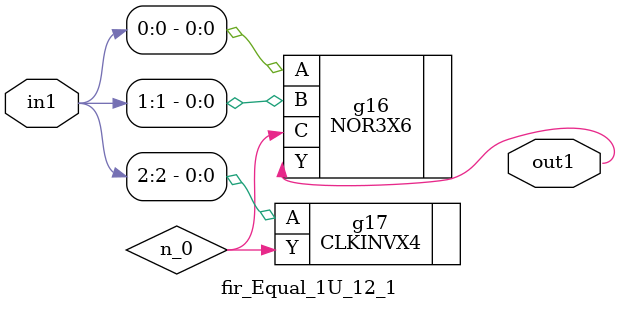
<source format=v>
`timescale 1ps / 1ps


module fir_Equal_1U_12_1(in1, out1);
  input [2:0] in1;
  output out1;
  wire [2:0] in1;
  wire out1;
  wire n_0;
  NOR3X6 g16(.A (in1[0]), .B (in1[1]), .C (n_0), .Y (out1));
  CLKINVX4 g17(.A (in1[2]), .Y (n_0));
endmodule



</source>
